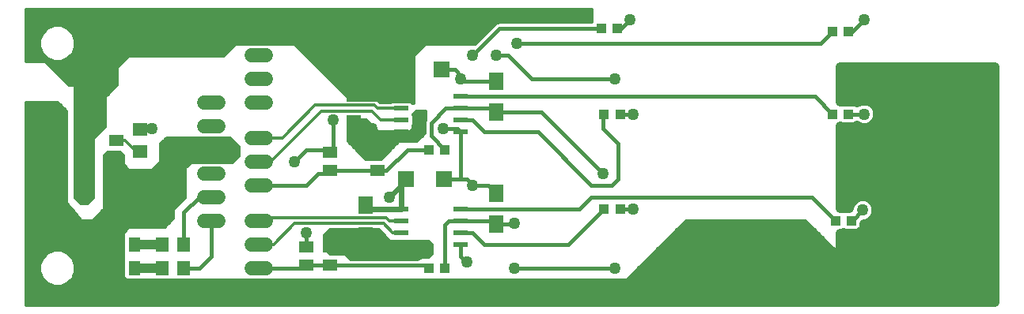
<source format=gtl>
G75*
%MOIN*%
%OFA0B0*%
%FSLAX25Y25*%
%IPPOS*%
%LPD*%
%AMOC8*
5,1,8,0,0,1.08239X$1,22.5*
%
%ADD10R,0.06299X0.07480*%
%ADD11OC8,0.06300*%
%ADD12C,0.06300*%
%ADD13R,0.07087X0.06693*%
%ADD14R,0.06400X0.02400*%
%ADD15R,0.06299X0.05512*%
%ADD16R,0.05512X0.06299*%
%ADD17R,0.05906X0.05118*%
%ADD18R,0.05118X0.05906*%
%ADD19R,0.03937X0.04331*%
%ADD20C,0.05937*%
%ADD21C,0.06000*%
%ADD22C,0.01600*%
%ADD23C,0.05000*%
%ADD24C,0.05000*%
%ADD25C,0.04000*%
%ADD26C,0.02400*%
%ADD27C,0.03962*%
%ADD28C,0.01200*%
%ADD29C,0.05600*%
D10*
X0151800Y0050304D03*
X0151800Y0063296D03*
X0206800Y0068296D03*
X0206800Y0055304D03*
X0146800Y0097804D03*
X0146800Y0110796D03*
X0206800Y0115796D03*
X0206800Y0102804D03*
D11*
X0019800Y0101800D03*
X0019800Y0066800D03*
D12*
X0033800Y0066800D03*
X0033800Y0101800D03*
D13*
X0167479Y0120550D03*
X0183621Y0120550D03*
X0184871Y0074300D03*
X0168729Y0074300D03*
D14*
X0166800Y0061800D03*
X0166800Y0056800D03*
X0166800Y0051800D03*
X0166800Y0046800D03*
X0191800Y0046800D03*
X0191800Y0051800D03*
X0191800Y0056800D03*
X0191800Y0061800D03*
X0191800Y0094300D03*
X0191800Y0099300D03*
X0191800Y0104300D03*
X0191800Y0109300D03*
X0166800Y0109300D03*
X0166800Y0104300D03*
X0166800Y0099300D03*
X0166800Y0094300D03*
D15*
X0056800Y0095184D03*
X0056800Y0085916D03*
D16*
X0065916Y0046800D03*
X0075184Y0046800D03*
X0075184Y0036800D03*
X0065916Y0036800D03*
D17*
X0126800Y0037954D03*
X0136800Y0037954D03*
X0136800Y0045646D03*
X0126800Y0045646D03*
X0136800Y0077954D03*
X0156800Y0077954D03*
X0156800Y0085646D03*
X0136800Y0085646D03*
X0046800Y0082954D03*
X0046800Y0090646D03*
D18*
X0046704Y0046800D03*
X0054396Y0046800D03*
X0054396Y0036800D03*
X0046704Y0036800D03*
D19*
X0178454Y0036800D03*
X0185146Y0036800D03*
X0252204Y0061800D03*
X0258896Y0061800D03*
X0185146Y0086800D03*
X0178454Y0086800D03*
X0252204Y0101800D03*
X0258896Y0101800D03*
X0348454Y0101800D03*
X0355146Y0101800D03*
X0355146Y0136800D03*
X0348454Y0136800D03*
X0257646Y0138050D03*
X0250954Y0138050D03*
X0349704Y0056800D03*
X0356396Y0056800D03*
D20*
X0109769Y0056800D02*
X0103831Y0056800D01*
X0103831Y0046800D02*
X0109769Y0046800D01*
X0109769Y0036800D02*
X0103831Y0036800D01*
X0103831Y0071800D02*
X0109769Y0071800D01*
X0109769Y0081800D02*
X0103831Y0081800D01*
X0103831Y0091800D02*
X0109769Y0091800D01*
X0109769Y0106800D02*
X0103831Y0106800D01*
X0103831Y0116800D02*
X0109769Y0116800D01*
X0109769Y0126800D02*
X0103831Y0126800D01*
D21*
X0089800Y0106800D02*
X0083800Y0106800D01*
X0083800Y0096800D02*
X0089800Y0096800D01*
X0089800Y0086800D02*
X0083800Y0086800D01*
X0083800Y0076800D02*
X0089800Y0076800D01*
X0089800Y0066800D02*
X0083800Y0066800D01*
X0083800Y0056800D02*
X0089800Y0056800D01*
D22*
X0008800Y0021300D02*
X0008800Y0106800D01*
X0021800Y0106800D01*
X0025550Y0103050D01*
X0025550Y0064300D01*
X0031800Y0056800D01*
X0036800Y0056800D01*
X0041800Y0061800D01*
X0041800Y0084300D01*
X0043050Y0085550D01*
X0048050Y0085550D01*
X0049300Y0084300D01*
X0049300Y0080550D01*
X0051800Y0078050D01*
X0061800Y0078050D01*
X0065550Y0081800D01*
X0065550Y0089300D01*
X0068050Y0091800D01*
X0094300Y0091800D01*
X0098050Y0088050D01*
X0098050Y0084300D01*
X0095550Y0081800D01*
X0078050Y0081800D01*
X0075550Y0079300D01*
X0075550Y0066800D01*
X0070550Y0061800D01*
X0070550Y0058050D01*
X0066800Y0054300D01*
X0051800Y0054300D01*
X0049300Y0051800D01*
X0049300Y0033050D01*
X0050550Y0031800D01*
X0062182Y0031800D01*
X0062332Y0031650D01*
X0069500Y0031650D01*
X0069650Y0031800D01*
X0071450Y0031800D01*
X0071600Y0031650D01*
X0078768Y0031650D01*
X0078918Y0031800D01*
X0261800Y0031800D01*
X0286800Y0056800D01*
X0336800Y0056800D01*
X0351800Y0041800D01*
X0416800Y0041800D01*
X0416800Y0021300D01*
X0008800Y0021300D01*
X0008800Y0022497D02*
X0416800Y0022497D01*
X0416800Y0024096D02*
X0008800Y0024096D01*
X0008800Y0025694D02*
X0416800Y0025694D01*
X0416800Y0027293D02*
X0008800Y0027293D01*
X0008800Y0028891D02*
X0416800Y0028891D01*
X0416800Y0030490D02*
X0026391Y0030490D01*
X0026167Y0030265D02*
X0028335Y0032433D01*
X0029509Y0035267D01*
X0029509Y0038333D01*
X0028335Y0041167D01*
X0026167Y0043335D01*
X0023333Y0044509D01*
X0020267Y0044509D01*
X0017433Y0043335D01*
X0015265Y0041167D01*
X0014091Y0038333D01*
X0014091Y0035267D01*
X0015265Y0032433D01*
X0017433Y0030265D01*
X0020267Y0029091D01*
X0023333Y0029091D01*
X0026167Y0030265D01*
X0027990Y0032088D02*
X0050262Y0032088D01*
X0049300Y0033687D02*
X0028854Y0033687D01*
X0029509Y0035285D02*
X0049300Y0035285D01*
X0049300Y0036884D02*
X0029509Y0036884D01*
X0029447Y0038482D02*
X0049300Y0038482D01*
X0049300Y0040081D02*
X0028785Y0040081D01*
X0027823Y0041679D02*
X0049300Y0041679D01*
X0049300Y0043278D02*
X0026224Y0043278D01*
X0017376Y0043278D02*
X0008800Y0043278D01*
X0008800Y0044876D02*
X0049300Y0044876D01*
X0049300Y0046475D02*
X0008800Y0046475D01*
X0008800Y0048073D02*
X0049300Y0048073D01*
X0049300Y0049672D02*
X0008800Y0049672D01*
X0008800Y0051270D02*
X0049300Y0051270D01*
X0050369Y0052869D02*
X0008800Y0052869D01*
X0008800Y0054467D02*
X0066967Y0054467D01*
X0068566Y0056066D02*
X0008800Y0056066D01*
X0008800Y0057664D02*
X0031080Y0057664D01*
X0029748Y0059263D02*
X0008800Y0059263D01*
X0008800Y0060861D02*
X0028416Y0060861D01*
X0027083Y0062460D02*
X0008800Y0062460D01*
X0008800Y0064058D02*
X0025751Y0064058D01*
X0025550Y0065657D02*
X0008800Y0065657D01*
X0008800Y0067255D02*
X0025550Y0067255D01*
X0025550Y0068854D02*
X0008800Y0068854D01*
X0008800Y0070452D02*
X0025550Y0070452D01*
X0025550Y0072051D02*
X0008800Y0072051D01*
X0008800Y0073649D02*
X0025550Y0073649D01*
X0025550Y0075248D02*
X0008800Y0075248D01*
X0008800Y0076846D02*
X0025550Y0076846D01*
X0025550Y0078445D02*
X0008800Y0078445D01*
X0008800Y0080043D02*
X0025550Y0080043D01*
X0025550Y0081642D02*
X0008800Y0081642D01*
X0008800Y0083240D02*
X0025550Y0083240D01*
X0025550Y0084839D02*
X0008800Y0084839D01*
X0008800Y0086437D02*
X0025550Y0086437D01*
X0025550Y0088036D02*
X0008800Y0088036D01*
X0008800Y0089634D02*
X0025550Y0089634D01*
X0025550Y0091233D02*
X0008800Y0091233D01*
X0008800Y0092832D02*
X0025550Y0092832D01*
X0025550Y0094430D02*
X0008800Y0094430D01*
X0008800Y0096029D02*
X0025550Y0096029D01*
X0025550Y0097627D02*
X0008800Y0097627D01*
X0008800Y0099226D02*
X0025550Y0099226D01*
X0025550Y0100824D02*
X0008800Y0100824D01*
X0008800Y0102423D02*
X0025550Y0102423D01*
X0024579Y0104021D02*
X0008800Y0104021D01*
X0008800Y0105620D02*
X0022980Y0105620D01*
X0029300Y0105620D02*
X0041800Y0105620D01*
X0041800Y0107218D02*
X0029300Y0107218D01*
X0029300Y0108817D02*
X0041800Y0108817D01*
X0041800Y0109300D02*
X0041800Y0096800D01*
X0036800Y0091800D01*
X0036800Y0066800D01*
X0034300Y0064300D01*
X0031800Y0064300D01*
X0029300Y0066800D01*
X0029300Y0114300D01*
X0026800Y0114300D01*
X0016800Y0124300D01*
X0008800Y0124300D01*
X0008800Y0146001D01*
X0246800Y0146001D01*
X0246800Y0140850D01*
X0207493Y0140850D01*
X0206464Y0140424D01*
X0197840Y0131800D01*
X0176800Y0131800D01*
X0171800Y0126800D01*
X0171800Y0106800D01*
X0171528Y0106800D01*
X0170828Y0107500D01*
X0162772Y0107500D01*
X0162172Y0106900D01*
X0157877Y0106900D01*
X0157754Y0107023D01*
X0157023Y0107754D01*
X0156067Y0108150D01*
X0145450Y0108150D01*
X0121800Y0131800D01*
X0096800Y0131800D01*
X0091800Y0126800D01*
X0051800Y0126800D01*
X0046800Y0121800D01*
X0046800Y0114300D01*
X0041800Y0109300D01*
X0042915Y0110415D02*
X0029300Y0110415D01*
X0029300Y0112014D02*
X0044514Y0112014D01*
X0046112Y0113612D02*
X0029300Y0113612D01*
X0025889Y0115211D02*
X0046800Y0115211D01*
X0046800Y0116809D02*
X0024291Y0116809D01*
X0022692Y0118408D02*
X0046800Y0118408D01*
X0046800Y0120006D02*
X0021094Y0120006D01*
X0019495Y0121605D02*
X0046800Y0121605D01*
X0048203Y0123203D02*
X0017897Y0123203D01*
X0018552Y0124802D02*
X0008800Y0124802D01*
X0008800Y0126400D02*
X0016298Y0126400D01*
X0015265Y0127433D02*
X0017433Y0125265D01*
X0020267Y0124091D01*
X0023333Y0124091D01*
X0026167Y0125265D01*
X0028335Y0127433D01*
X0029509Y0130267D01*
X0029509Y0133333D01*
X0028335Y0136167D01*
X0026167Y0138335D01*
X0023333Y0139509D01*
X0020267Y0139509D01*
X0017433Y0138335D01*
X0015265Y0136167D01*
X0014091Y0133333D01*
X0014091Y0130267D01*
X0015265Y0127433D01*
X0015031Y0127999D02*
X0008800Y0127999D01*
X0008800Y0129597D02*
X0014369Y0129597D01*
X0014091Y0131196D02*
X0008800Y0131196D01*
X0008800Y0132794D02*
X0014091Y0132794D01*
X0014530Y0134393D02*
X0008800Y0134393D01*
X0008800Y0135991D02*
X0015192Y0135991D01*
X0016688Y0137590D02*
X0008800Y0137590D01*
X0008800Y0139188D02*
X0019493Y0139188D01*
X0024107Y0139188D02*
X0205229Y0139188D01*
X0203630Y0137590D02*
X0026912Y0137590D01*
X0028408Y0135991D02*
X0202032Y0135991D01*
X0200433Y0134393D02*
X0029070Y0134393D01*
X0029509Y0132794D02*
X0198835Y0132794D01*
X0196800Y0126800D02*
X0208050Y0138050D01*
X0250954Y0138050D01*
X0257646Y0138050D02*
X0259300Y0138050D01*
X0263050Y0141800D01*
X0246800Y0142385D02*
X0008800Y0142385D01*
X0008800Y0140787D02*
X0207341Y0140787D01*
X0215550Y0131800D02*
X0343454Y0131800D01*
X0348454Y0136800D01*
X0355146Y0136800D02*
X0356800Y0136800D01*
X0361800Y0141800D01*
X0340954Y0109300D02*
X0348454Y0101800D01*
X0355146Y0101800D02*
X0361800Y0101800D01*
X0340954Y0109300D02*
X0191800Y0109300D01*
X0191800Y0104300D02*
X0185550Y0104300D01*
X0179300Y0098050D01*
X0179300Y0092646D01*
X0185146Y0086800D01*
X0178454Y0086800D02*
X0169300Y0086800D01*
X0160454Y0077954D01*
X0156800Y0077954D01*
X0136800Y0077954D01*
X0135646Y0076800D01*
X0131800Y0076800D01*
X0126800Y0071800D01*
X0111800Y0071800D01*
X0086800Y0066800D02*
X0081800Y0066800D01*
X0075184Y0060184D01*
X0075184Y0046800D01*
X0081800Y0036800D02*
X0086800Y0041800D01*
X0086800Y0056800D01*
X0070550Y0059263D02*
X0039263Y0059263D01*
X0040861Y0060861D02*
X0070550Y0060861D01*
X0071210Y0062460D02*
X0041800Y0062460D01*
X0041800Y0064058D02*
X0072808Y0064058D01*
X0074407Y0065657D02*
X0041800Y0065657D01*
X0041800Y0067255D02*
X0075550Y0067255D01*
X0075550Y0068854D02*
X0041800Y0068854D01*
X0041800Y0070452D02*
X0075550Y0070452D01*
X0075550Y0072051D02*
X0041800Y0072051D01*
X0041800Y0073649D02*
X0075550Y0073649D01*
X0075550Y0075248D02*
X0041800Y0075248D01*
X0041800Y0076846D02*
X0075550Y0076846D01*
X0075550Y0078445D02*
X0062195Y0078445D01*
X0063793Y0080043D02*
X0076293Y0080043D01*
X0077892Y0081642D02*
X0065392Y0081642D01*
X0065550Y0083240D02*
X0096990Y0083240D01*
X0098050Y0084839D02*
X0065550Y0084839D01*
X0065550Y0086437D02*
X0098050Y0086437D01*
X0098050Y0088036D02*
X0065550Y0088036D01*
X0065884Y0089634D02*
X0096466Y0089634D01*
X0094867Y0091233D02*
X0067483Y0091233D01*
X0048761Y0084839D02*
X0042339Y0084839D01*
X0041800Y0083240D02*
X0049300Y0083240D01*
X0049300Y0081642D02*
X0041800Y0081642D01*
X0041800Y0080043D02*
X0049807Y0080043D01*
X0051405Y0078445D02*
X0041800Y0078445D01*
X0036800Y0078445D02*
X0029300Y0078445D01*
X0029300Y0080043D02*
X0036800Y0080043D01*
X0036800Y0081642D02*
X0029300Y0081642D01*
X0029300Y0083240D02*
X0036800Y0083240D01*
X0036800Y0084839D02*
X0029300Y0084839D01*
X0029300Y0086437D02*
X0036800Y0086437D01*
X0036800Y0088036D02*
X0029300Y0088036D01*
X0029300Y0089634D02*
X0036800Y0089634D01*
X0036800Y0091233D02*
X0029300Y0091233D01*
X0029300Y0092832D02*
X0037832Y0092832D01*
X0039430Y0094430D02*
X0029300Y0094430D01*
X0029300Y0096029D02*
X0041029Y0096029D01*
X0041800Y0097627D02*
X0029300Y0097627D01*
X0029300Y0099226D02*
X0041800Y0099226D01*
X0041800Y0100824D02*
X0029300Y0100824D01*
X0029300Y0102423D02*
X0041800Y0102423D01*
X0041800Y0104021D02*
X0029300Y0104021D01*
X0025048Y0124802D02*
X0049802Y0124802D01*
X0051400Y0126400D02*
X0027302Y0126400D01*
X0028569Y0127999D02*
X0092999Y0127999D01*
X0094597Y0129597D02*
X0029231Y0129597D01*
X0029509Y0131196D02*
X0096196Y0131196D01*
X0122404Y0131196D02*
X0176196Y0131196D01*
X0174597Y0129597D02*
X0124003Y0129597D01*
X0125601Y0127999D02*
X0172999Y0127999D01*
X0171800Y0126400D02*
X0127200Y0126400D01*
X0128798Y0124802D02*
X0171800Y0124802D01*
X0171800Y0123203D02*
X0130397Y0123203D01*
X0131995Y0121605D02*
X0171800Y0121605D01*
X0171800Y0120006D02*
X0133594Y0120006D01*
X0135192Y0118408D02*
X0171800Y0118408D01*
X0171800Y0116809D02*
X0136791Y0116809D01*
X0138389Y0115211D02*
X0171800Y0115211D01*
X0171800Y0113612D02*
X0139988Y0113612D01*
X0141586Y0112014D02*
X0171800Y0112014D01*
X0171800Y0110415D02*
X0143185Y0110415D01*
X0144783Y0108817D02*
X0171800Y0108817D01*
X0171800Y0107218D02*
X0171110Y0107218D01*
X0166800Y0109300D02*
X0148296Y0109300D01*
X0146800Y0110796D01*
X0157559Y0107218D02*
X0162490Y0107218D01*
X0157754Y0107023D02*
X0157754Y0107023D01*
X0166800Y0109300D02*
X0166800Y0119871D01*
X0167479Y0120550D01*
X0183621Y0120550D02*
X0189300Y0120550D01*
X0191800Y0118050D01*
X0191800Y0116800D01*
X0192804Y0115796D01*
X0206800Y0115796D01*
X0211800Y0126800D02*
X0221800Y0116800D01*
X0256800Y0116800D01*
X0258896Y0101800D02*
X0264300Y0101800D01*
X0252204Y0101800D02*
X0251800Y0101396D01*
X0251800Y0095550D01*
X0258050Y0089300D01*
X0258050Y0074300D01*
X0255550Y0071800D01*
X0246800Y0071800D01*
X0224300Y0094300D01*
X0201800Y0094300D01*
X0196800Y0099300D01*
X0191800Y0099300D01*
X0190550Y0095550D02*
X0184300Y0095550D01*
X0190550Y0095550D02*
X0191800Y0094300D01*
X0191800Y0074300D01*
X0194300Y0074300D01*
X0196800Y0071800D01*
X0203296Y0071800D01*
X0206800Y0068296D01*
X0191800Y0074300D02*
X0184871Y0074300D01*
X0165550Y0090550D02*
X0158050Y0083050D01*
X0151800Y0083050D01*
X0144300Y0090550D01*
X0144300Y0099300D01*
X0151800Y0099300D01*
X0156800Y0094300D01*
X0170550Y0094300D01*
X0171800Y0095550D01*
X0171800Y0097072D01*
X0172000Y0097272D01*
X0172000Y0101328D01*
X0171800Y0101528D01*
X0171800Y0101800D01*
X0173050Y0103050D01*
X0176800Y0103050D01*
X0176800Y0099331D01*
X0176500Y0098607D01*
X0176500Y0094000D01*
X0173050Y0090550D01*
X0165550Y0090550D01*
X0164634Y0089634D02*
X0145216Y0089634D01*
X0144300Y0091233D02*
X0173733Y0091233D01*
X0175332Y0092832D02*
X0144300Y0092832D01*
X0144300Y0094430D02*
X0156670Y0094430D01*
X0155071Y0096029D02*
X0144300Y0096029D01*
X0144300Y0097627D02*
X0153473Y0097627D01*
X0151874Y0099226D02*
X0144300Y0099226D01*
X0146800Y0097804D02*
X0150304Y0094300D01*
X0166800Y0094300D01*
X0170680Y0094430D02*
X0176500Y0094430D01*
X0176500Y0096029D02*
X0171800Y0096029D01*
X0172000Y0097627D02*
X0176500Y0097627D01*
X0176756Y0099226D02*
X0172000Y0099226D01*
X0172000Y0100824D02*
X0176800Y0100824D01*
X0176800Y0102423D02*
X0172423Y0102423D01*
X0191800Y0104300D02*
X0205304Y0104300D01*
X0206800Y0102804D01*
X0225796Y0102804D01*
X0251800Y0076800D01*
X0246800Y0066800D02*
X0339704Y0066800D01*
X0349704Y0056800D01*
X0356396Y0056800D02*
X0356800Y0056800D01*
X0361175Y0061175D01*
X0340731Y0052869D02*
X0282869Y0052869D01*
X0284467Y0054467D02*
X0339133Y0054467D01*
X0337534Y0056066D02*
X0286066Y0056066D01*
X0281270Y0051270D02*
X0342330Y0051270D01*
X0343928Y0049672D02*
X0279672Y0049672D01*
X0278073Y0048073D02*
X0345527Y0048073D01*
X0347125Y0046475D02*
X0276475Y0046475D01*
X0274876Y0044876D02*
X0348724Y0044876D01*
X0350322Y0043278D02*
X0273278Y0043278D01*
X0271679Y0041679D02*
X0416800Y0041679D01*
X0416800Y0040081D02*
X0270081Y0040081D01*
X0268482Y0038482D02*
X0416800Y0038482D01*
X0416800Y0036884D02*
X0266884Y0036884D01*
X0265285Y0035285D02*
X0416800Y0035285D01*
X0416800Y0033687D02*
X0263687Y0033687D01*
X0262088Y0032088D02*
X0416800Y0032088D01*
X0264300Y0061800D02*
X0258896Y0061800D01*
X0252204Y0061800D02*
X0237204Y0046800D01*
X0201800Y0046800D01*
X0196800Y0051800D01*
X0191800Y0051800D01*
X0186800Y0056800D02*
X0185146Y0055146D01*
X0185146Y0036800D01*
X0178454Y0036800D02*
X0177300Y0035646D01*
X0178454Y0036800D02*
X0177300Y0037954D01*
X0136800Y0037954D01*
X0126800Y0037954D01*
X0125646Y0036800D01*
X0106800Y0036800D01*
X0126800Y0045646D02*
X0126800Y0051800D01*
X0134300Y0050550D02*
X0136700Y0052950D01*
X0156900Y0052950D01*
X0161800Y0048050D01*
X0178050Y0048050D01*
X0179300Y0046800D01*
X0179300Y0043050D01*
X0178050Y0041800D01*
X0175550Y0041800D01*
X0173457Y0040754D01*
X0145346Y0040754D01*
X0143050Y0043050D01*
X0136800Y0043050D01*
X0134300Y0045550D01*
X0134300Y0050550D01*
X0134300Y0049672D02*
X0160178Y0049672D01*
X0158580Y0051270D02*
X0135020Y0051270D01*
X0136619Y0052869D02*
X0156981Y0052869D01*
X0151800Y0050304D02*
X0155304Y0046800D01*
X0166800Y0046800D01*
X0161777Y0048073D02*
X0134300Y0048073D01*
X0134300Y0046475D02*
X0179300Y0046475D01*
X0179300Y0044876D02*
X0134974Y0044876D01*
X0136800Y0045646D02*
X0140454Y0049300D01*
X0143050Y0049300D01*
X0136572Y0043278D02*
X0179300Y0043278D01*
X0175308Y0041679D02*
X0144421Y0041679D01*
X0186800Y0056800D02*
X0191800Y0056800D01*
X0205304Y0056800D01*
X0206800Y0055304D01*
X0214054Y0055304D01*
X0214300Y0055550D01*
X0191800Y0061800D02*
X0241800Y0061800D01*
X0246800Y0066800D01*
X0191800Y0046800D02*
X0191800Y0041800D01*
X0194300Y0039300D01*
X0214300Y0036800D02*
X0256800Y0036800D01*
X0158240Y0083240D02*
X0151610Y0083240D01*
X0150011Y0084839D02*
X0159839Y0084839D01*
X0161437Y0086437D02*
X0148413Y0086437D01*
X0146814Y0088036D02*
X0163036Y0088036D01*
X0138050Y0086896D02*
X0136800Y0085646D01*
X0135646Y0086800D01*
X0126800Y0086800D01*
X0121800Y0081800D01*
X0138050Y0086896D02*
X0138050Y0099300D01*
X0206800Y0126800D02*
X0211800Y0126800D01*
X0246800Y0143984D02*
X0008800Y0143984D01*
X0008800Y0145582D02*
X0246800Y0145582D01*
X0036800Y0076846D02*
X0029300Y0076846D01*
X0029300Y0075248D02*
X0036800Y0075248D01*
X0036800Y0073649D02*
X0029300Y0073649D01*
X0029300Y0072051D02*
X0036800Y0072051D01*
X0036800Y0070452D02*
X0029300Y0070452D01*
X0029300Y0068854D02*
X0036800Y0068854D01*
X0036800Y0067255D02*
X0029300Y0067255D01*
X0030443Y0065657D02*
X0035657Y0065657D01*
X0046704Y0061704D02*
X0051800Y0066800D01*
X0046704Y0061704D02*
X0046704Y0036800D01*
X0075184Y0036800D02*
X0081800Y0036800D01*
X0070164Y0057664D02*
X0037664Y0057664D01*
X0015777Y0041679D02*
X0008800Y0041679D01*
X0008800Y0040081D02*
X0014815Y0040081D01*
X0014153Y0038482D02*
X0008800Y0038482D01*
X0008800Y0036884D02*
X0014091Y0036884D01*
X0014091Y0035285D02*
X0008800Y0035285D01*
X0008800Y0033687D02*
X0014746Y0033687D01*
X0015610Y0032088D02*
X0008800Y0032088D01*
X0008800Y0030490D02*
X0017209Y0030490D01*
D23*
X0051800Y0066800D03*
X0121800Y0081800D03*
X0154300Y0095550D03*
X0138050Y0099300D03*
X0184300Y0095550D03*
X0191800Y0116800D03*
X0196800Y0126800D03*
X0206800Y0126800D03*
X0215550Y0131800D03*
X0256800Y0116800D03*
X0264300Y0101800D03*
X0251800Y0076800D03*
X0264300Y0061800D03*
X0214300Y0055550D03*
X0196800Y0071800D03*
X0161800Y0066800D03*
X0126800Y0051800D03*
X0194300Y0039300D03*
X0214300Y0036800D03*
X0256800Y0036800D03*
X0361175Y0061175D03*
X0361800Y0101800D03*
X0361800Y0141800D03*
X0263050Y0141800D03*
X0061800Y0095550D03*
D24*
X0019800Y0101800D02*
X0019800Y0066800D01*
D25*
X0046704Y0046800D02*
X0046704Y0036800D01*
X0054396Y0036800D02*
X0065916Y0036800D01*
X0065916Y0046800D02*
X0054396Y0046800D01*
X0351800Y0047290D02*
X0416800Y0047290D01*
X0416800Y0043291D02*
X0351800Y0043291D01*
X0351800Y0039293D02*
X0416800Y0039293D01*
X0416800Y0035294D02*
X0351800Y0035294D01*
X0351800Y0031296D02*
X0416800Y0031296D01*
X0416800Y0027297D02*
X0351800Y0027297D01*
X0351800Y0023299D02*
X0416800Y0023299D01*
X0416800Y0022500D02*
X0351800Y0022500D01*
X0351800Y0051435D01*
X0352309Y0051435D01*
X0353050Y0051742D01*
X0353791Y0051435D01*
X0359001Y0051435D01*
X0360178Y0051922D01*
X0361078Y0052822D01*
X0361565Y0053998D01*
X0361565Y0055475D01*
X0362309Y0055475D01*
X0364404Y0056343D01*
X0366007Y0057946D01*
X0366875Y0060041D01*
X0366875Y0062309D01*
X0366007Y0064404D01*
X0364404Y0066007D01*
X0362309Y0066875D01*
X0360041Y0066875D01*
X0357946Y0066007D01*
X0356343Y0064404D01*
X0355475Y0062309D01*
X0355475Y0062165D01*
X0353791Y0062165D01*
X0353050Y0061858D01*
X0352309Y0062165D01*
X0351800Y0062165D01*
X0351800Y0096742D01*
X0352541Y0096435D01*
X0357751Y0096435D01*
X0358805Y0096871D01*
X0360666Y0096100D01*
X0362934Y0096100D01*
X0365029Y0096968D01*
X0366632Y0098571D01*
X0367500Y0100666D01*
X0367500Y0102934D01*
X0366632Y0105029D01*
X0365029Y0106632D01*
X0362934Y0107500D01*
X0360666Y0107500D01*
X0358805Y0106729D01*
X0357751Y0107165D01*
X0352541Y0107165D01*
X0351800Y0106858D01*
X0351800Y0121800D01*
X0416800Y0121800D01*
X0416800Y0022500D01*
X0416800Y0051288D02*
X0351800Y0051288D01*
X0361565Y0055287D02*
X0416800Y0055287D01*
X0416800Y0059285D02*
X0366562Y0059285D01*
X0366471Y0063284D02*
X0416800Y0063284D01*
X0416800Y0067282D02*
X0351800Y0067282D01*
X0351800Y0071281D02*
X0416800Y0071281D01*
X0416800Y0075279D02*
X0351800Y0075279D01*
X0351800Y0079278D02*
X0416800Y0079278D01*
X0416800Y0083276D02*
X0351800Y0083276D01*
X0351800Y0087275D02*
X0416800Y0087275D01*
X0416800Y0091273D02*
X0351800Y0091273D01*
X0351800Y0095272D02*
X0416800Y0095272D01*
X0416800Y0099270D02*
X0366922Y0099270D01*
X0367361Y0103269D02*
X0416800Y0103269D01*
X0416800Y0107267D02*
X0363496Y0107267D01*
X0360104Y0107267D02*
X0351800Y0107267D01*
X0351800Y0111266D02*
X0416800Y0111266D01*
X0416800Y0115264D02*
X0351800Y0115264D01*
X0351800Y0119263D02*
X0416800Y0119263D01*
X0355879Y0063284D02*
X0351800Y0063284D01*
D26*
X0168729Y0073729D02*
X0161800Y0066800D01*
X0166800Y0061800D02*
X0166800Y0072371D01*
X0168729Y0074300D01*
X0168729Y0073729D01*
X0153296Y0061800D02*
X0151800Y0063296D01*
X0153296Y0061800D02*
X0166800Y0061800D01*
X0147804Y0096800D02*
X0146800Y0097804D01*
X0051800Y0066800D02*
X0046800Y0071800D01*
X0046800Y0082954D01*
D27*
X0034300Y0084300D03*
X0020550Y0081800D03*
X0015550Y0086800D03*
X0020550Y0091800D03*
X0013050Y0094300D03*
X0034300Y0091800D03*
X0039300Y0104300D03*
X0034300Y0111800D03*
X0031800Y0119300D03*
X0041800Y0121800D03*
X0036800Y0126800D03*
X0051800Y0129300D03*
X0044300Y0131800D03*
X0051800Y0135550D03*
X0059300Y0131800D03*
X0069300Y0131800D03*
X0079300Y0129300D03*
X0089300Y0131800D03*
X0099300Y0134300D03*
X0106800Y0139300D03*
X0114300Y0134300D03*
X0121800Y0139300D03*
X0131800Y0134300D03*
X0139300Y0139300D03*
X0146800Y0134300D03*
X0154300Y0139300D03*
X0161800Y0134300D03*
X0169300Y0139300D03*
X0176800Y0134300D03*
X0184300Y0139300D03*
X0191800Y0134300D03*
X0199300Y0139300D03*
X0174300Y0101800D03*
X0174300Y0096800D03*
X0071800Y0076800D03*
X0065550Y0074300D03*
X0056800Y0071800D03*
X0046800Y0071800D03*
X0034300Y0074300D03*
X0020550Y0073050D03*
X0014300Y0076800D03*
X0014300Y0061800D03*
X0020550Y0058050D03*
X0014300Y0054300D03*
X0021800Y0051800D03*
X0030550Y0053050D03*
X0035550Y0048050D03*
X0014300Y0046800D03*
X0036800Y0038050D03*
X0035550Y0028050D03*
X0045550Y0028050D03*
X0054300Y0026800D03*
X0064300Y0026800D03*
X0074300Y0029300D03*
X0081800Y0026800D03*
X0089300Y0029300D03*
X0096800Y0026800D03*
X0104300Y0029300D03*
X0111800Y0026800D03*
X0119300Y0029300D03*
X0126800Y0026800D03*
X0134300Y0029300D03*
X0141800Y0026800D03*
X0149300Y0029300D03*
X0156800Y0026800D03*
X0164300Y0029300D03*
X0171800Y0026800D03*
X0179300Y0029300D03*
X0186800Y0026800D03*
X0194300Y0029300D03*
X0201800Y0026800D03*
X0209300Y0029300D03*
X0216800Y0026800D03*
X0224300Y0029300D03*
X0231800Y0026800D03*
X0239300Y0029300D03*
X0245550Y0026800D03*
X0178050Y0044300D03*
X0168050Y0044300D03*
X0158050Y0044300D03*
X0148050Y0044300D03*
X0143050Y0049300D03*
X0068050Y0063050D03*
X0059300Y0059300D03*
X0044300Y0055550D03*
X0013050Y0104300D03*
X0036800Y0136800D03*
X0031800Y0141800D03*
X0044300Y0141800D03*
X0056800Y0141800D03*
X0064300Y0136800D03*
X0071800Y0139300D03*
X0081800Y0136800D03*
X0089300Y0139300D03*
X0353050Y0109300D03*
X0360550Y0109300D03*
X0368050Y0111800D03*
X0379300Y0111800D03*
X0373050Y0106800D03*
X0385550Y0106800D03*
X0398050Y0106800D03*
X0390550Y0111800D03*
X0400550Y0114300D03*
X0408050Y0116800D03*
X0415550Y0111800D03*
X0408050Y0109300D03*
X0415550Y0104300D03*
X0363050Y0116800D03*
X0355550Y0116800D03*
X0355550Y0076800D03*
X0363050Y0076800D03*
X0370550Y0071800D03*
X0363050Y0069300D03*
X0355550Y0069300D03*
X0375550Y0066800D03*
X0380550Y0071800D03*
X0390550Y0071800D03*
X0400550Y0071800D03*
X0410550Y0071800D03*
X0413050Y0066800D03*
X0405550Y0066800D03*
X0395550Y0066800D03*
X0385550Y0066800D03*
X0405550Y0076800D03*
X0413050Y0076800D03*
X0413050Y0036800D03*
X0403050Y0036800D03*
X0405550Y0031800D03*
X0398050Y0031800D03*
X0388050Y0031800D03*
X0375550Y0031800D03*
X0363050Y0031800D03*
X0355550Y0031800D03*
X0355550Y0036800D03*
X0363050Y0036800D03*
X0360550Y0026800D03*
X0350550Y0026800D03*
X0370550Y0026800D03*
X0380550Y0026800D03*
X0393050Y0026800D03*
X0403050Y0026800D03*
X0413050Y0029300D03*
D28*
X0166800Y0051800D02*
X0163050Y0051800D01*
X0159300Y0055550D01*
X0121800Y0055550D01*
X0113050Y0046800D01*
X0106800Y0046800D01*
X0106800Y0056800D02*
X0108050Y0058050D01*
X0160550Y0058050D01*
X0161800Y0056800D01*
X0166800Y0056800D01*
X0111800Y0071800D02*
X0106800Y0071800D01*
X0106800Y0081800D02*
X0111800Y0081800D01*
X0133050Y0103050D01*
X0154300Y0103050D01*
X0158050Y0099300D01*
X0166800Y0099300D01*
X0166800Y0104300D02*
X0156800Y0104300D01*
X0155550Y0105550D01*
X0130550Y0105550D01*
X0116800Y0091800D01*
X0106800Y0091800D01*
X0061800Y0095550D02*
X0061434Y0095184D01*
X0056800Y0095184D01*
X0050550Y0090550D02*
X0046896Y0090550D01*
X0046800Y0090646D01*
X0050550Y0090550D02*
X0055184Y0085916D01*
X0056800Y0085916D01*
D29*
X0033800Y0101800D02*
X0033800Y0066800D01*
M02*

</source>
